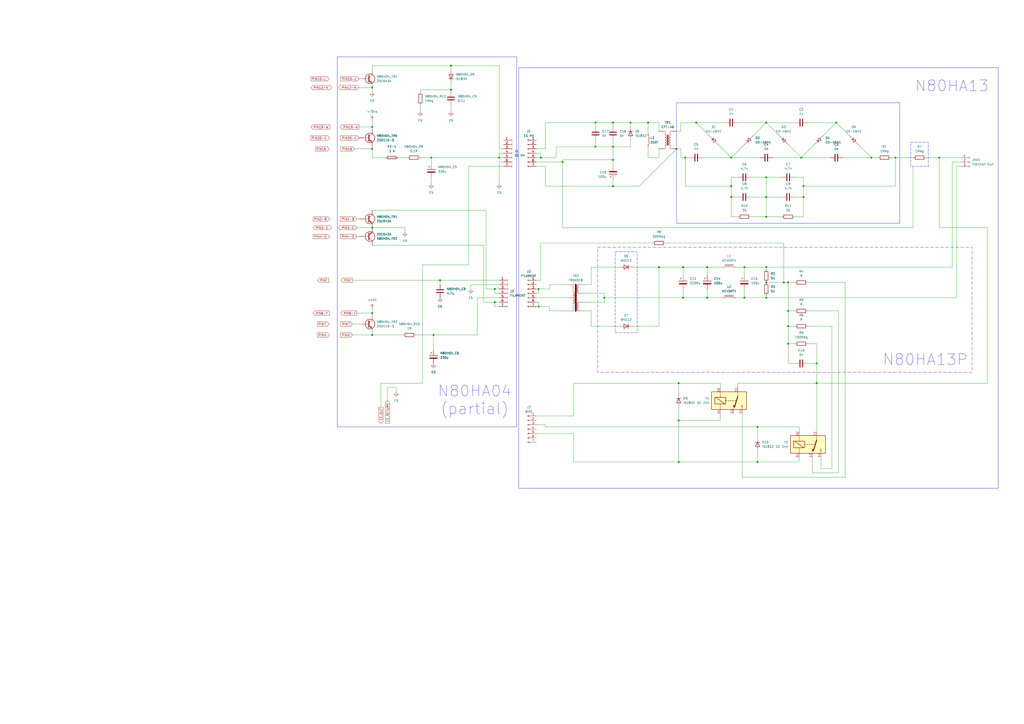
<source format=kicad_sch>
(kicad_sch (version 20250114) (generator "eeschema") (generator_version "9.0")
  (paper "A2")
  (lib_symbols
    (symbol "Connector:Conn_01x03_Socket" (pin_names (offset 1.016) (hide yes))
      (property "Reference" "J" (at 0 5.08 0))
      (property "Value" "Conn_01x03_Socket" (at 0 -5.08 0))
      (symbol "Conn_01x03_Socket_1_1"
        (pin passive line (at -5.08 2.54 0) (length 3.81) (name "Pin_1") (number "1"))
        (pin passive line (at -5.08 0 0) (length 3.81) (name "Pin_2") (number "2"))
        (pin passive line (at -5.08 -2.54 0) (length 3.81) (name "Pin_3") (number "3"))
      )
    )
    (symbol "Connector:Conn_01x07_Pin" (pin_names (offset 1.016) (hide yes))
      (property "Reference" "J" (at 0 10.16 0))
      (property "Value" "Conn_01x07_Pin" (at 0 -10.16 0))
      (symbol "Conn_01x07_Pin_1_1"
        (pin passive line (at 5.08 7.62 180) (length 3.81) (name "Pin_1") (number "1"))
        (pin passive line (at 5.08 5.08 180) (length 3.81) (name "Pin_2") (number "2"))
        (pin passive line (at 5.08 2.54 180) (length 3.81) (name "Pin_3") (number "3"))
        (pin passive line (at 5.08 0 180) (length 3.81) (name "Pin_4") (number "4"))
        (pin passive line (at 5.08 -2.54 180) (length 3.81) (name "Pin_5") (number "5"))
        (pin passive line (at 5.08 -5.08 180) (length 3.81) (name "Pin_6") (number "6"))
        (pin passive line (at 5.08 -7.62 180) (length 3.81) (name "Pin_7") (number "7"))
      )
    )
    (symbol "Connector:Conn_01x07_Socket" (pin_names (offset 1.016) (hide yes))
      (property "Reference" "J" (at 0 10.16 0))
      (property "Value" "Conn_01x07_Socket" (at 0 -10.16 0))
      (symbol "Conn_01x07_Socket_1_1"
        (pin passive line (at -5.08 7.62 0) (length 3.81) (name "Pin_1") (number "1"))
        (pin passive line (at -5.08 5.08 0) (length 3.81) (name "Pin_2") (number "2"))
        (pin passive line (at -5.08 2.54 0) (length 3.81) (name "Pin_3") (number "3"))
        (pin passive line (at -5.08 0 0) (length 3.81) (name "Pin_4") (number "4"))
        (pin passive line (at -5.08 -2.54 0) (length 3.81) (name "Pin_5") (number "5"))
        (pin passive line (at -5.08 -5.08 0) (length 3.81) (name "Pin_6") (number "6"))
        (pin passive line (at -5.08 -7.62 0) (length 3.81) (name "Pin_7") (number "7"))
      )
    )
    (symbol "Device:C" (pin_numbers (hide yes)) (pin_names (offset 0.254))
      (property "Reference" "C" (at 0.635 2.54 0))
      (property "Value" "C" (at 0.635 -2.54 0))
      (symbol "C_1_1"
        (pin passive line (at 0 3.81 270) (length 2.794) (name "~") (number "1"))
        (pin passive line (at 0 -3.81 90) (length 2.794) (name "~") (number "2"))
      )
    )
    (symbol "Device:C_Polarized" (pin_numbers (hide yes)) (pin_names (offset 0.254))
      (property "Reference" "C" (at 0.635 2.54 0))
      (property "Value" "C_Polarized" (at 0.635 -2.54 0))
      (symbol "C_Polarized_1_1"
        (pin passive line (at 0 3.81 270) (length 2.794) (name "~") (number "1"))
        (pin passive line (at 0 -3.81 90) (length 2.794) (name "~") (number "2"))
      )
    )
    (symbol "Device:D" (pin_numbers (hide yes)) (pin_names (offset 1.016) (hide yes))
      (property "Reference" "D" (at 0 2.54 0))
      (property "Value" "D" (at 0 -2.54 0))
      (symbol "D_1_1"
        (pin passive line (at -3.81 0 0) (length 2.54) (name "K") (number "1"))
        (pin passive line (at 3.81 0 180) (length 2.54) (name "A") (number "2"))
      )
    )
    (symbol "Device:D_45deg" (pin_numbers (hide yes)) (pin_names (offset 0) (hide yes))
      (property "Reference" "D" (at 1.27 2.54 0))
      (property "Value" "D_45deg" (at 1.27 0 0))
      (symbol "D_45deg_1_1"
        (pin passive line (at -2.54 2.54 0) (length 0) (name "A") (number "2"))
        (pin passive line (at 2.54 -2.54 180) (length 0) (name "K") (number "1"))
      )
    )
    (symbol "Device:Fuse" (pin_numbers (hide yes)) (pin_names (offset 0))
      (property "Reference" "F" (at 2.032 0 90))
      (property "Value" "Fuse" (at -1.905 0 90))
      (symbol "Fuse_1_1"
        (pin passive line (at 0 3.81 270) (length 1.27) (name "~") (number "1"))
        (pin passive line (at 0 -3.81 90) (length 1.27) (name "~") (number "2"))
      )
    )
    (symbol "Device:L" (pin_numbers (hide yes)) (pin_names (offset 1.016) (hide yes))
      (property "Reference" "L" (at -1.27 0 90))
      (property "Value" "L" (at 1.905 0 90))
      (symbol "L_1_1"
        (pin passive line (at 0 3.81 270) (length 1.27) (name "1") (number "1"))
        (pin passive line (at 0 -3.81 90) (length 1.27) (name "2") (number "2"))
      )
    )
    (symbol "Device:L_Iron" (pin_numbers (hide yes)) (pin_names (offset 1.016) (hide yes))
      (property "Reference" "L" (at -1.27 0 90))
      (property "Value" "L_Iron" (at 2.794 0 90))
      (symbol "L_Iron_1_1"
        (pin passive line (at 0 3.81 270) (length 1.27) (name "1") (number "1"))
        (pin passive line (at 0 -3.81 90) (length 1.27) (name "2") (number "2"))
      )
    )
    (symbol "Device:Q_NPN" (pin_numbers (hide yes)) (pin_names (offset 0) (hide yes))
      (property "Reference" "Q" (at 5.08 1.27 0))
      (property "Value" "Q_NPN" (at 5.08 -1.27 0))
      (symbol "Q_NPN_1_1"
        (pin input line (at -5.08 0 0) (length 2.54) (name "B") (number "B"))
        (pin passive line (at 2.54 5.08 270) (length 2.54) (name "C") (number "C"))
        (pin passive line (at 2.54 -5.08 90) (length 2.54) (name "E") (number "E"))
      )
    )
    (symbol "Device:R" (pin_numbers (hide yes)) (pin_names (offset 0))
      (property "Reference" "R" (at 2.032 0 90))
      (property "Value" "R" (at 0 0 90))
      (symbol "R_1_1"
        (pin passive line (at 0 3.81 270) (length 1.27) (name "~") (number "1"))
        (pin passive line (at 0 -3.81 90) (length 1.27) (name "~") (number "2"))
      )
    )
    (symbol "Relay:Relay_SPDT"
      (property "Reference" "K" (at 11.43 3.81 0))
      (property "Value" "Relay_SPDT" (at 11.43 1.27 0))
      (symbol "Relay_SPDT_1_1"
        (pin passive line (at -5.08 7.62 270) (length 2.54) (name "~") (number "A1"))
        (pin passive line (at -5.08 -7.62 90) (length 2.54) (name "~") (number "A2"))
        (pin passive line (at 2.54 7.62 270) (length 2.54) (name "~") (number "12"))
        (pin passive line (at 5.08 -7.62 90) (length 2.54) (name "~") (number "11"))
        (pin passive line (at 7.62 7.62 270) (length 2.54) (name "~") (number "14"))
      )
    )
    (symbol "Transformer:TRANSF1" (pin_numbers (hide yes)) (pin_names (offset 0))
      (property "Reference" "TR" (at 0 6.35 0))
      (property "Value" "TRANSF1" (at 0 -6.35 0))
      (symbol "TRANSF1_1_1"
        (pin passive line (at -5.08 5.08 0) (length 2.54) (name "~") (number "1"))
        (pin passive line (at -5.08 -5.08 0) (length 2.54) (name "~") (number "2"))
        (pin passive line (at 5.08 5.08 180) (length 2.54) (name "~") (number "4"))
        (pin passive line (at 5.08 -5.08 180) (length 2.54) (name "~") (number "3"))
      )
    )
    (symbol "Transformer:TRANSF8" (pin_numbers (hide yes)) (pin_names (offset 0))
      (property "Reference" "TR" (at 0 8.89 0))
      (property "Value" "TRANSF8" (at 0 -8.89 0))
      (symbol "TRANSF8_1_1"
        (pin passive line (at -5.08 7.62 0) (length 2.54) (name "~") (number "1"))
        (pin passive line (at -5.08 0 0) (length 2.54) (name "~") (number "2"))
        (pin passive line (at -5.08 -7.62 0) (length 2.54) (name "~") (number "3"))
        (pin passive line (at 5.08 7.62 180) (length 2.54) (name "~") (number "4"))
        (pin passive line (at 5.08 2.54 180) (length 2.54) (name "~") (number "5"))
        (pin passive line (at 5.08 -2.54 180) (length 2.54) (name "~") (number "6"))
        (pin passive line (at 5.08 -7.62 180) (length 2.54) (name "~") (number "7"))
      )
    )
    (symbol "power:+48V" (power) (pin_numbers (hide yes)) (pin_names (offset 0) (hide yes))
      (property "Value" "+48V" (at 0 3.556 0))
      (symbol "+48V_1_1"
        (pin power_in line (at 0 0 90) (length 0) (name "~") (number "1"))
      )
    )
    (symbol "power:GND" (power) (pin_numbers (hide yes)) (pin_names (offset 0) (hide yes))
      (property "Value" "GND" (at 0 -3.81 0))
      (symbol "GND_1_1"
        (pin power_in line (at 0 0 270) (length 0) (name "~") (number "1"))
      )
    )
  )
  (rectangle (start 392.43 59.69) (end 521.97 129.54))
  (rectangle (start 195.58 33.02) (end 299.72 247.65))
  (rectangle (start 300.99 39.37) (end 579.12 283.21))
  (rectangle (start 346.71 143.51) (end 563.88 215.9) (stroke (width 0) (type dash_dot)))
  (rectangle (start 356.87 146.05) (end 369.57 193.04) (stroke (width 0) (type dash)))
  (rectangle (start 528.32 82.55) (end 538.48 96.52) (stroke (width 0) (type dash)))
  (text "N80HA13" (at 552.196 50.038 0) (effects (font (size 6.35 6.35))))
  (text "N80HA04\n(partial)" (at 275.336 232.156 0) (effects (font (size 6.35 6.35))))
  (text "N80HA13P" (at 536.702 208.788 0) (effects (font (size 6.35 6.35))))
  (junction (at 473.71 222.25))
  (junction (at 261.62 38.1))
  (junction (at 444.5 163.83))
  (junction (at 355.6 71.12))
  (junction (at 326.39 93.98))
  (junction (at 350.52 172.72))
  (junction (at 466.09 114.3))
  (junction (at 355.6 92.71))
  (junction (at 431.8 172.72))
  (junction (at 215.9 73.66))
  (junction (at 287.02 175.26))
  (junction (at 439.42 247.65))
  (junction (at 345.44 85.09))
  (junction (at 431.8 154.94))
  (junction (at 365.76 71.12))
  (junction (at 444.5 172.72))
  (junction (at 466.09 107.95))
  (junction (at 392.43 86.36))
  (junction (at 519.43 91.44))
  (junction (at 393.7 243.84))
  (junction (at 505.46 91.44))
  (junction (at 255.27 162.56))
  (junction (at 261.62 52.07))
  (junction (at 403.86 71.12))
  (junction (at 439.42 267.97))
  (junction (at 215.9 181.61))
  (junction (at 393.7 222.25))
  (junction (at 410.21 154.94))
  (junction (at 215.9 132.08))
  (junction (at 444.5 125.73))
  (junction (at 287.02 167.64))
  (junction (at 454.66 163.83))
  (junction (at 444.5 71.12))
  (junction (at 444.5 154.94))
  (junction (at 485.14 71.12))
  (junction (at 355.6 107.95))
  (junction (at 424.18 91.44))
  (junction (at 393.7 267.97))
  (junction (at 375.92 71.12))
  (junction (at 355.6 85.09))
  (junction (at 215.9 50.8))
  (junction (at 410.21 172.72))
  (junction (at 312.42 177.8))
  (junction (at 215.9 194.31))
  (junction (at 457.2 163.83))
  (junction (at 444.5 114.3))
  (junction (at 312.42 167.64))
  (junction (at 313.69 91.44))
  (junction (at 457.2 199.39))
  (junction (at 424.18 114.3))
  (junction (at 444.5 102.87))
  (junction (at 250.19 91.44))
  (junction (at 396.24 154.94))
  (junction (at 289.56 91.44))
  (junction (at 345.44 71.12))
  (junction (at 396.24 172.72))
  (junction (at 251.46 194.31))
  (junction (at 397.51 91.44))
  (junction (at 544.83 91.44))
  (junction (at 473.71 210.82))
  (junction (at 215.9 86.36))
  (junction (at 424.18 107.95))
  (junction (at 457.2 180.34))
  (junction (at 457.2 189.23))
  (junction (at 464.82 91.44))
  (junction (at 382.27 154.94))
  (wire (pts (xy 382.27 154.94) (xy 396.24 154.94)))
  (wire (pts (xy 476.25 265.43) (xy 476.25 271.78)))
  (wire (pts (xy 322.58 85.09) (xy 345.44 85.09)))
  (wire (pts (xy 250.19 95.25) (xy 250.19 91.44)))
  (wire (pts (xy 457.2 83.82) (xy 464.82 91.44)))
  (wire (pts (xy 355.6 73.66) (xy 355.6 71.12)))
  (wire (pts (xy 410.21 167.64) (xy 410.21 172.72)))
  (wire (pts (xy 292.1 96.52) (xy 271.78 96.52)))
  (wire (pts (xy 312.42 170.18) (xy 312.42 167.64)))
  (wire (pts (xy 461.01 114.3) (xy 466.09 114.3)))
  (wire (pts (xy 394.97 71.12) (xy 403.86 71.12)))
  (wire (pts (xy 313.69 162.56) (xy 311.15 162.56)))
  (wire (pts (xy 339.09 180.34) (xy 342.9 180.34)))
  (wire (pts (xy 204.47 162.56) (xy 255.27 162.56)))
  (wire (pts (xy 287.02 177.8) (xy 289.56 177.8)))
  (wire (pts (xy 397.51 91.44) (xy 400.05 91.44)))
  (wire (pts (xy 342.9 189.23) (xy 359.41 189.23)))
  (wire (pts (xy 313.69 140.97) (xy 378.46 140.97)))
  (wire (pts (xy 208.28 73.66) (xy 215.9 73.66)))
  (wire (pts (xy 396.24 154.94) (xy 410.21 154.94)))
  (wire (pts (xy 382.27 71.12) (xy 382.27 76.2)))
  (wire (pts (xy 318.77 177.8) (xy 318.77 180.34)))
  (wire (pts (xy 490.22 163.83) (xy 490.22 276.86)))
  (wire (pts (xy 552.45 154.94) (xy 552.45 93.98)))
  (wire (pts (xy 311.15 170.18) (xy 312.42 170.18)))
  (wire (pts (xy 468.63 163.83) (xy 490.22 163.83)))
  (wire (pts (xy 454.66 140.97) (xy 454.66 163.83)))
  (wire (pts (xy 355.6 81.28) (xy 355.6 85.09)))
  (wire (pts (xy 311.15 96.52) (xy 316.23 96.52)))
  (wire (pts (xy 355.6 71.12) (xy 365.76 71.12)))
  (wire (pts (xy 461.01 180.34) (xy 457.2 180.34)))
  (wire (pts (xy 215.9 142.24) (xy 280.67 142.24)))
  (wire (pts (xy 427.99 224.79) (xy 427.99 222.25)))
  (wire (pts (xy 466.09 102.87) (xy 466.09 107.95)))
  (wire (pts (xy 234.95 132.08) (xy 215.9 132.08)))
  (wire (pts (xy 250.19 91.44) (xy 289.56 91.44)))
  (wire (pts (xy 473.71 210.82) (xy 473.71 199.39)))
  (wire (pts (xy 215.9 194.31) (xy 233.68 194.31)))
  (wire (pts (xy 224.79 224.79) (xy 224.79 232.41)))
  (wire (pts (xy 394.97 91.44) (xy 397.51 91.44)))
  (wire (pts (xy 345.44 71.12) (xy 355.6 71.12)))
  (wire (pts (xy 245.11 153.67) (xy 245.11 222.25)))
  (wire (pts (xy 466.09 107.95) (xy 519.43 107.95)))
  (wire (pts (xy 454.66 163.83) (xy 457.2 163.83)))
  (wire (pts (xy 271.78 153.67) (xy 245.11 153.67)))
  (wire (pts (xy 544.83 132.08) (xy 544.83 91.44)))
  (wire (pts (xy 424.18 107.95) (xy 424.18 114.3)))
  (wire (pts (xy 204.47 187.96) (xy 208.28 187.96)))
  (wire (pts (xy 255.27 162.56) (xy 255.27 165.1)))
  (wire (pts (xy 312.42 175.26) (xy 312.42 177.8)))
  (wire (pts (xy 482.6 271.78) (xy 482.6 189.23)))
  (wire (pts (xy 463.55 265.43) (xy 463.55 267.97)))
  (wire (pts (xy 370.84 107.95) (xy 392.43 86.36)))
  (wire (pts (xy 316.23 96.52) (xy 316.23 107.95)))
  (wire (pts (xy 273.05 167.64) (xy 273.05 165.1)))
  (wire (pts (xy 386.08 140.97) (xy 454.66 140.97)))
  (wire (pts (xy 382.27 189.23) (xy 382.27 154.94)))
  (wire (pts (xy 468.63 199.39) (xy 473.71 199.39)))
  (wire (pts (xy 229.87 227.33) (xy 229.87 224.79)))
  (wire (pts (xy 444.5 125.73) (xy 453.39 125.73)))
  (wire (pts (xy 463.55 267.97) (xy 439.42 267.97)))
  (wire (pts (xy 318.77 165.1) (xy 328.93 165.1)))
  (wire (pts (xy 439.42 247.65) (xy 439.42 254)))
  (wire (pts (xy 261.62 38.1) (xy 289.56 38.1)))
  (wire (pts (xy 287.02 175.26) (xy 287.02 177.8)))
  (wire (pts (xy 350.52 170.18) (xy 350.52 172.72)))
  (wire (pts (xy 394.97 76.2) (xy 394.97 71.12)))
  (wire (pts (xy 457.2 163.83) (xy 457.2 180.34)))
  (wire (pts (xy 427.99 71.12) (xy 444.5 71.12)))
  (wire (pts (xy 326.39 92.71) (xy 355.6 92.71)))
  (wire (pts (xy 444.5 114.3) (xy 453.39 114.3)))
  (wire (pts (xy 342.9 180.34) (xy 342.9 189.23)))
  (wire (pts (xy 215.9 69.85) (xy 215.9 73.66)))
  (wire (pts (xy 316.23 107.95) (xy 355.6 107.95)))
  (wire (pts (xy 365.76 73.66) (xy 365.76 71.12)))
  (wire (pts (xy 365.76 81.28) (xy 365.76 85.09)))
  (wire (pts (xy 417.83 222.25) (xy 417.83 224.79)))
  (wire (pts (xy 410.21 154.94) (xy 419.1 154.94)))
  (wire (pts (xy 461.01 199.39) (xy 457.2 199.39)))
  (wire (pts (xy 430.53 276.86) (xy 430.53 240.03)))
  (wire (pts (xy 243.84 60.96) (xy 243.84 64.77)))
  (wire (pts (xy 444.5 156.21) (xy 444.5 154.94)))
  (wire (pts (xy 382.27 91.44) (xy 382.27 86.36)))
  (wire (pts (xy 466.09 114.3) (xy 466.09 125.73)))
  (wire (pts (xy 393.7 222.25) (xy 417.83 222.25)))
  (wire (pts (xy 375.92 85.09) (xy 375.92 91.44)))
  (wire (pts (xy 316.23 71.12) (xy 345.44 71.12)))
  (wire (pts (xy 243.84 52.07) (xy 261.62 52.07)))
  (wire (pts (xy 427.99 222.25) (xy 473.71 222.25)))
  (wire (pts (xy 355.6 85.09) (xy 365.76 85.09)))
  (wire (pts (xy 316.23 246.38) (xy 311.15 246.38)))
  (wire (pts (xy 339.09 165.1) (xy 342.9 165.1)))
  (wire (pts (xy 271.78 96.52) (xy 271.78 153.67)))
  (wire (pts (xy 215.9 85.09) (xy 215.9 86.36)))
  (wire (pts (xy 424.18 114.3) (xy 427.99 114.3)))
  (wire (pts (xy 332.74 267.97) (xy 332.74 251.46)))
  (wire (pts (xy 261.62 48.26) (xy 261.62 52.07)))
  (wire (pts (xy 287.02 167.64) (xy 289.56 167.64)))
  (wire (pts (xy 229.87 224.79) (xy 224.79 224.79)))
  (wire (pts (xy 342.9 154.94) (xy 359.41 154.94)))
  (wire (pts (xy 241.3 194.31) (xy 251.46 194.31)))
  (wire (pts (xy 345.44 81.28) (xy 345.44 85.09)))
  (wire (pts (xy 215.9 38.1) (xy 261.62 38.1)))
  (wire (pts (xy 444.5 172.72) (xy 554.99 172.72)))
  (wire (pts (xy 448.31 91.44) (xy 464.82 91.44)))
  (wire (pts (xy 426.72 154.94) (xy 431.8 154.94)))
  (wire (pts (xy 461.01 210.82) (xy 457.2 210.82)))
  (wire (pts (xy 392.43 86.36) (xy 394.97 86.36)))
  (wire (pts (xy 281.94 167.64) (xy 287.02 167.64)))
  (wire (pts (xy 215.9 179.07) (xy 215.9 181.61)))
  (wire (pts (xy 326.39 93.98) (xy 326.39 132.08)))
  (wire (pts (xy 318.77 167.64) (xy 318.77 165.1)))
  (wire (pts (xy 463.55 247.65) (xy 439.42 247.65)))
  (wire (pts (xy 436.88 78.74) (xy 444.5 71.12)))
  (wire (pts (xy 463.55 247.65) (xy 463.55 250.19)))
  (wire (pts (xy 444.5 154.94) (xy 552.45 154.94)))
  (wire (pts (xy 292.1 93.98) (xy 289.56 93.98)))
  (wire (pts (xy 554.99 96.52) (xy 557.53 96.52)))
  (wire (pts (xy 471.17 265.43) (xy 471.17 274.32)))
  (wire (pts (xy 529.59 96.52) (xy 529.59 132.08)))
  (wire (pts (xy 486.41 180.34) (xy 468.63 180.34)))
  (wire (pts (xy 313.69 140.97) (xy 313.69 162.56)))
  (wire (pts (xy 205.74 86.36) (xy 215.9 86.36)))
  (wire (pts (xy 289.56 86.36) (xy 289.56 38.1)))
  (wire (pts (xy 289.56 93.98) (xy 289.56 106.68)))
  (wire (pts (xy 215.9 73.66) (xy 215.9 74.93)))
  (wire (pts (xy 431.8 172.72) (xy 444.5 172.72)))
  (wire (pts (xy 243.84 91.44) (xy 250.19 91.44)))
  (wire (pts (xy 393.7 236.22) (xy 393.7 243.84)))
  (wire (pts (xy 444.5 163.83) (xy 454.66 163.83)))
  (wire (pts (xy 332.74 241.3) (xy 332.74 222.25)))
  (wire (pts (xy 461.01 102.87) (xy 466.09 102.87)))
  (wire (pts (xy 367.03 189.23) (xy 382.27 189.23)))
  (wire (pts (xy 417.83 240.03) (xy 417.83 243.84)))
  (wire (pts (xy 439.42 261.62) (xy 439.42 267.97)))
  (wire (pts (xy 431.8 154.94) (xy 431.8 160.02)))
  (wire (pts (xy 403.86 71.12) (xy 420.37 71.12)))
  (wire (pts (xy 355.6 92.71) (xy 355.6 96.52)))
  (wire (pts (xy 332.74 222.25) (xy 393.7 222.25)))
  (wire (pts (xy 473.71 210.82) (xy 473.71 222.25)))
  (wire (pts (xy 505.46 91.44) (xy 509.27 91.44)))
  (wire (pts (xy 424.18 125.73) (xy 427.99 125.73)))
  (wire (pts (xy 393.7 243.84) (xy 393.7 267.97)))
  (wire (pts (xy 552.45 93.98) (xy 557.53 93.98)))
  (wire (pts (xy 396.24 154.94) (xy 396.24 160.02)))
  (wire (pts (xy 207.01 181.61) (xy 215.9 181.61)))
  (wire (pts (xy 273.05 165.1) (xy 289.56 165.1)))
  (wire (pts (xy 345.44 73.66) (xy 345.44 71.12)))
  (wire (pts (xy 251.46 203.2) (xy 251.46 194.31)))
  (wire (pts (xy 280.67 142.24) (xy 280.67 175.26)))
  (wire (pts (xy 444.5 102.87) (xy 453.39 102.87)))
  (wire (pts (xy 316.23 247.65) (xy 439.42 247.65)))
  (wire (pts (xy 207.01 132.08) (xy 215.9 132.08)))
  (wire (pts (xy 461.01 125.73) (xy 466.09 125.73)))
  (wire (pts (xy 287.02 167.64) (xy 287.02 170.18)))
  (wire (pts (xy 468.63 71.12) (xy 485.14 71.12)))
  (wire (pts (xy 426.72 172.72) (xy 431.8 172.72)))
  (wire (pts (xy 215.9 121.92) (xy 281.94 121.92)))
  (wire (pts (xy 326.39 132.08) (xy 529.59 132.08)))
  (wire (pts (xy 444.5 171.45) (xy 444.5 172.72)))
  (wire (pts (xy 410.21 172.72) (xy 419.1 172.72)))
  (wire (pts (xy 255.27 162.56) (xy 289.56 162.56)))
  (wire (pts (xy 316.23 247.65) (xy 316.23 246.38)))
  (wire (pts (xy 220.98 222.25) (xy 220.98 236.22)))
  (wire (pts (xy 488.95 91.44) (xy 505.46 91.44)))
  (wire (pts (xy 473.71 222.25) (xy 473.71 250.19)))
  (wire (pts (xy 243.84 52.07) (xy 243.84 53.34)))
  (wire (pts (xy 215.9 91.44) (xy 223.52 91.44)))
  (wire (pts (xy 394.97 86.36) (xy 394.97 91.44)))
  (wire (pts (xy 537.21 91.44) (xy 544.83 91.44)))
  (wire (pts (xy 311.15 241.3) (xy 332.74 241.3)))
  (wire (pts (xy 471.17 274.32) (xy 486.41 274.32)))
  (wire (pts (xy 355.6 85.09) (xy 345.44 85.09)))
  (wire (pts (xy 407.67 91.44) (xy 424.18 91.44)))
  (wire (pts (xy 410.21 154.94) (xy 410.21 160.02)))
  (wire (pts (xy 486.41 180.34) (xy 486.41 274.32)))
  (wire (pts (xy 375.92 91.44) (xy 382.27 91.44)))
  (wire (pts (xy 289.56 91.44) (xy 292.1 91.44)))
  (wire (pts (xy 396.24 172.72) (xy 410.21 172.72)))
  (wire (pts (xy 261.62 38.1) (xy 261.62 40.64)))
  (wire (pts (xy 431.8 83.82) (xy 424.18 91.44)))
  (wire (pts (xy 444.5 114.3) (xy 444.5 125.73)))
  (wire (pts (xy 313.69 91.44) (xy 322.58 91.44)))
  (wire (pts (xy 457.2 210.82) (xy 457.2 199.39)))
  (wire (pts (xy 572.77 132.08) (xy 572.77 222.25)))
  (wire (pts (xy 444.5 71.12) (xy 461.01 71.12)))
  (wire (pts (xy 204.47 194.31) (xy 215.9 194.31)))
  (wire (pts (xy 289.56 172.72) (xy 276.86 172.72)))
  (wire (pts (xy 439.42 267.97) (xy 393.7 267.97)))
  (wire (pts (xy 435.61 125.73) (xy 444.5 125.73)))
  (wire (pts (xy 365.76 71.12) (xy 375.92 71.12)))
  (wire (pts (xy 497.84 83.82) (xy 505.46 91.44)))
  (wire (pts (xy 355.6 85.09) (xy 355.6 92.71)))
  (wire (pts (xy 292.1 86.36) (xy 289.56 86.36)))
  (wire (pts (xy 316.23 86.36) (xy 316.23 71.12)))
  (wire (pts (xy 311.15 175.26) (xy 312.42 175.26)))
  (wire (pts (xy 289.56 88.9) (xy 289.56 91.44)))
  (wire (pts (xy 452.12 78.74) (xy 444.5 71.12)))
  (wire (pts (xy 313.69 88.9) (xy 313.69 91.44)))
  (wire (pts (xy 430.53 276.86) (xy 490.22 276.86)))
  (wire (pts (xy 435.61 114.3) (xy 444.5 114.3)))
  (wire (pts (xy 311.15 88.9) (xy 313.69 88.9)))
  (wire (pts (xy 312.42 167.64) (xy 318.77 167.64)))
  (wire (pts (xy 397.51 91.44) (xy 397.51 107.95)))
  (wire (pts (xy 464.82 91.44) (xy 481.33 91.44)))
  (wire (pts (xy 424.18 114.3) (xy 424.18 125.73)))
  (wire (pts (xy 416.56 83.82) (xy 424.18 91.44)))
  (wire (pts (xy 311.15 177.8) (xy 312.42 177.8)))
  (wire (pts (xy 572.77 222.25) (xy 473.71 222.25)))
  (wire (pts (xy 435.61 102.87) (xy 444.5 102.87)))
  (wire (pts (xy 215.9 38.1) (xy 215.9 40.64)))
  (wire (pts (xy 396.24 167.64) (xy 396.24 172.72)))
  (wire (pts (xy 544.83 91.44) (xy 557.53 91.44)))
  (wire (pts (xy 332.74 251.46) (xy 311.15 251.46)))
  (wire (pts (xy 311.15 167.64) (xy 312.42 167.64)))
  (wire (pts (xy 339.09 175.26) (xy 350.52 175.26)))
  (wire (pts (xy 355.6 107.95) (xy 355.6 104.14)))
  (wire (pts (xy 457.2 163.83) (xy 461.01 163.83)))
  (wire (pts (xy 342.9 165.1) (xy 342.9 154.94)))
  (wire (pts (xy 476.25 271.78) (xy 482.6 271.78)))
  (wire (pts (xy 215.9 86.36) (xy 215.9 91.44)))
  (wire (pts (xy 208.28 50.8) (xy 215.9 50.8)))
  (wire (pts (xy 207.01 127) (xy 208.28 127)))
  (wire (pts (xy 477.52 78.74) (xy 485.14 71.12)))
  (wire (pts (xy 393.7 243.84) (xy 417.83 243.84)))
  (wire (pts (xy 281.94 121.92) (xy 281.94 167.64)))
  (wire (pts (xy 461.01 189.23) (xy 457.2 189.23)))
  (wire (pts (xy 554.99 172.72) (xy 554.99 96.52)))
  (wire (pts (xy 468.63 189.23) (xy 482.6 189.23)))
  (wire (pts (xy 287.02 175.26) (xy 289.56 175.26)))
  (wire (pts (xy 312.42 177.8) (xy 318.77 177.8)))
  (wire (pts (xy 234.95 134.62) (xy 234.95 132.08)))
  (wire (pts (xy 355.6 107.95) (xy 370.84 107.95)))
  (wire (pts (xy 519.43 91.44) (xy 529.59 91.44)))
  (wire (pts (xy 375.92 71.12) (xy 382.27 71.12)))
  (wire (pts (xy 367.03 154.94) (xy 382.27 154.94)))
  (wire (pts (xy 375.92 71.12) (xy 375.92 77.47)))
  (wire (pts (xy 457.2 180.34) (xy 457.2 189.23)))
  (wire (pts (xy 322.58 91.44) (xy 322.58 85.09)))
  (wire (pts (xy 318.77 180.34) (xy 328.93 180.34)))
  (wire (pts (xy 519.43 91.44) (xy 519.43 107.95)))
  (wire (pts (xy 397.51 107.95) (xy 424.18 107.95)))
  (wire (pts (xy 215.9 181.61) (xy 215.9 182.88)))
  (wire (pts (xy 472.44 83.82) (xy 464.82 91.44)))
  (wire (pts (xy 468.63 210.82) (xy 473.71 210.82)))
  (wire (pts (xy 350.52 172.72) (xy 350.52 175.26)))
  (wire (pts (xy 466.09 107.95) (xy 466.09 114.3)))
  (wire (pts (xy 251.46 194.31) (xy 276.86 194.31)))
  (wire (pts (xy 393.7 267.97) (xy 332.74 267.97)))
  (wire (pts (xy 289.56 88.9) (xy 292.1 88.9)))
  (wire (pts (xy 280.67 175.26) (xy 287.02 175.26)))
  (wire (pts (xy 207.01 137.16) (xy 208.28 137.16)))
  (wire (pts (xy 250.19 102.87) (xy 250.19 106.68)))
  (wire (pts (xy 424.18 102.87) (xy 424.18 107.95)))
  (wire (pts (xy 261.62 60.96) (xy 261.62 64.77)))
  (wire (pts (xy 572.77 132.08) (xy 544.83 132.08)))
  (wire (pts (xy 215.9 193.04) (xy 215.9 194.31)))
  (wire (pts (xy 261.62 52.07) (xy 261.62 53.34)))
  (wire (pts (xy 287.02 170.18) (xy 289.56 170.18)))
  (wire (pts (xy 393.7 222.25) (xy 393.7 228.6)))
  (wire (pts (xy 411.48 78.74) (xy 403.86 71.12)))
  (wire (pts (xy 350.52 172.72) (xy 396.24 172.72)))
  (wire (pts (xy 326.39 92.71) (xy 326.39 93.98)))
  (wire (pts (xy 444.5 102.87) (xy 444.5 114.3)))
  (wire (pts (xy 215.9 53.34) (xy 215.9 50.8)))
  (wire (pts (xy 424.18 91.44) (xy 440.69 91.44)))
  (wire (pts (xy 516.89 91.44) (xy 519.43 91.44)))
  (wire (pts (xy 311.15 91.44) (xy 313.69 91.44)))
  (wire (pts (xy 492.76 78.74) (xy 485.14 71.12)))
  (wire (pts (xy 311.15 86.36) (xy 316.23 86.36)))
  (wire (pts (xy 339.09 170.18) (xy 350.52 170.18)))
  (wire (pts (xy 457.2 199.39) (xy 457.2 189.23)))
  (wire (pts (xy 431.8 154.94) (xy 444.5 154.94)))
  (wire (pts (xy 311.15 172.72) (xy 328.93 172.72)))
  (wire (pts (xy 392.43 76.2) (xy 394.97 76.2)))
  (wire (pts (xy 231.14 91.44) (xy 236.22 91.44)))
  (wire (pts (xy 245.11 222.25) (xy 220.98 222.25)))
  (wire (pts (xy 276.86 172.72) (xy 276.86 194.31)))
  (wire (pts (xy 424.18 102.87) (xy 427.99 102.87)))
  (wire (pts (xy 431.8 167.64) (xy 431.8 172.72)))
  (wire (pts (xy 311.15 93.98) (xy 326.39 93.98)))
  (global_label "PIN16" (shape output) (at 182.88 86.36 0) (property "Intersheetrefs" "${INTERSHEET_REFS}" (effects (hide yes))))
  (global_label "PIN10-L" (shape output) (at 180.34 45.72 0) (property "Intersheetrefs" "${INTERSHEET_REFS}" (effects (hide yes))))
  (global_label "PINH" (shape output) (at 184.15 194.31 0) (property "Intersheetrefs" "${INTERSHEET_REFS}" (effects (hide yes))))
  (global_label "PIN2-B" (shape output) (at 181.61 127 0) (property "Intersheetrefs" "${INTERSHEET_REFS}" (effects (hide yes))))
  (global_label "PIN7" (shape output) (at 184.15 187.96 0) (property "Intersheetrefs" "${INTERSHEET_REFS}" (effects (hide yes))))
  (global_label "PINT" (shape input) (at 184.15 162.56 0) (property "Intersheetrefs" "${INTERSHEET_REFS}" (effects (hide yes))))
  (global_label "PIN10-L" (shape input) (at 208.28 45.72 180) (property "Intersheetrefs" "${INTERSHEET_REFS}" (effects (hide yes))))
  (global_label "PIN12-N" (shape bidirectional) (at 208.28 50.8 180) (property "Intersheetrefs" "${INTERSHEET_REFS}" (effects (hide yes))))
  (global_label "PIN16" (shape input) (at 205.74 86.36 180) (property "Intersheetrefs" "${INTERSHEET_REFS}" (effects (hide yes))))
  (global_label "PIN20-X" (shape input) (at 208.28 80.01 180) (property "Intersheetrefs" "${INTERSHEET_REFS}" (effects (hide yes))))
  (global_label "PIN19-W" (shape output) (at 208.28 73.66 180) (property "Intersheetrefs" "${INTERSHEET_REFS}" (effects (hide yes))))
  (global_label "PIN4-D" (shape input) (at 207.01 137.16 180) (property "Intersheetrefs" "${INTERSHEET_REFS}" (effects (hide yes))))
  (global_label "PIN2-B" (shape input) (at 207.01 127 180) (property "Intersheetrefs" "${INTERSHEET_REFS}" (effects (hide yes))))
  (global_label "PIN3-C" (shape bidirectional) (at 207.01 132.08 180) (property "Intersheetrefs" "${INTERSHEET_REFS}" (effects (hide yes))))
  (global_label "PIN6-F" (shape output) (at 207.01 181.61 180) (property "Intersheetrefs" "${INTERSHEET_REFS}" (effects (hide yes))))
  (global_label "PIN7" (shape input) (at 204.47 187.96 180) (property "Intersheetrefs" "${INTERSHEET_REFS}" (effects (hide yes))))
  (global_label "PINH" (shape input) (at 204.47 194.31 180) (property "Intersheetrefs" "${INTERSHEET_REFS}" (effects (hide yes))))
  (global_label "PIN3-C" (shape bidirectional) (at 181.61 132.08 0) (property "Intersheetrefs" "${INTERSHEET_REFS}" (effects (hide yes))))
  (global_label "EC_OUT" (shape output) (at 220.98 236.22 270) (property "Intersheetrefs" "${INTERSHEET_REFS}" (effects (hide yes))))
  (global_label "EC_RETURN" (shape input) (at 224.79 232.41 270) (property "Intersheetrefs" "${INTERSHEET_REFS}" (effects (hide yes))))
  (global_label "PIN6-F" (shape input) (at 181.61 181.61 0) (property "Intersheetrefs" "${INTERSHEET_REFS}" (effects (hide yes))))
  (global_label "PINT" (shape output) (at 204.47 162.56 180) (property "Intersheetrefs" "${INTERSHEET_REFS}" (effects (hide yes))))
  (global_label "PIN19-W" (shape input) (at 180.34 73.66 0) (property "Intersheetrefs" "${INTERSHEET_REFS}" (effects (hide yes))))
  (global_label "PIN20-X" (shape output) (at 180.34 80.01 0) (property "Intersheetrefs" "${INTERSHEET_REFS}" (effects (hide yes))))
  (global_label "PIN12-N" (shape bidirectional) (at 180.34 50.8 0) (property "Intersheetrefs" "${INTERSHEET_REFS}" (effects (hide yes))))
  (global_label "PIN4-D" (shape output) (at 181.61 137.16 0) (property "Intersheetrefs" "${INTERSHEET_REFS}" (effects (hide yes))))
  (symbol (lib_id "power:GND") (at 251.46 210.82 0) (unit 1)
    (property "Reference" "#PWR04" (effects (hide yes)))
    (property "Value" "E5" (at 251.46 215.9 0))
    (property "Description" "Power symbol creates a global label with name \"GND\" , ground" (effects (hide yes)))
  )
  (symbol (lib_id "Connector:Conn_01x07_Socket") (at 294.64 170.18 0) (unit 1)
    (property "Reference" "J2" (at 295.91 168.9099 0) (effects (justify left)))
    (property "Value" "FILAMENT" (at 295.91 171.4499 0) (effects (justify left)))
    (property "Description" "Generic connector, single row, 01x07, script generated" (effects (hide yes)))
  )
  (symbol (lib_id "Device:D") (at 363.22 189.23 0) (mirror y) (unit 1)
    (property "Reference" "D7" (at 363.22 182.88 0))
    (property "Value" "6NC12" (at 363.22 185.42 0))
    (property "Description" "Diode" (effects (hide yes)))
    (property "Sim.Device" "D" (effects (hide yes)))
    (property "Sim.Pins" "1=K 2=A" (effects (hide yes)))
  )
  (symbol (lib_id "Device:D") (at 393.7 232.41 270) (unit 1)
    (property "Reference" "D9" (at 396.24 231.1399 90) (effects (justify left)))
    (property "Value" "IS1832" (at 396.24 233.6799 90) (effects (justify left)))
    (property "Description" "Diode" (effects (hide yes)))
    (property "Sim.Device" "D" (effects (hide yes)))
    (property "Sim.Pins" "1=K 2=A" (effects (hide yes)))
  )
  (symbol (lib_id "Device:D") (at 261.62 44.45 90) (unit 1)
    (property "Reference" "N80H04_D9" (at 264.16 43.1799 90) (effects (justify right)))
    (property "Value" "IS1832" (at 264.16 45.7199 90) (effects (justify right)))
    (property "Description" "Diode" (effects (hide yes)))
    (property "Sim.Device" "D" (effects (hide yes)))
    (property "Sim.Pins" "1=K 2=A" (effects (hide yes)))
  )
  (symbol (lib_id "power:GND") (at 243.84 64.77 0) (unit 1)
    (property "Reference" "#PWR06" (effects (hide yes)))
    (property "Value" "E5" (at 243.84 69.85 0))
    (property "Description" "Power symbol creates a global label with name \"GND\" , ground" (effects (hide yes)))
  )
  (symbol (lib_id "power:GND") (at 234.95 134.62 0) (unit 1)
    (property "Reference" "#PWR08" (effects (hide yes)))
    (property "Value" "E5" (at 234.95 139.7 0))
    (property "Description" "Power symbol creates a global label with name \"GND\" , ground" (effects (hide yes)))
  )
  (symbol (lib_id "Device:C_Polarized") (at 250.19 99.06 0) (unit 1)
    (property "Reference" "N80H04_C5" (at 254 96.9009 0) (effects (justify left)))
    (property "Value" "330u" (at 254 99.4409 0) (effects (justify left)))
    (property "Description" "Polarized capacitor" (effects (hide yes)))
  )
  (symbol (lib_id "Device:C") (at 403.86 91.44 90) (unit 1)
    (property "Reference" "C5" (at 403.86 83.82 90))
    (property "Value" "1n" (at 403.86 86.36 90))
    (property "Description" "Unpolarized capacitor" (effects (hide yes)))
  )
  (symbol (lib_id "Device:C") (at 464.82 71.12 90) (unit 1)
    (property "Reference" "C2" (at 464.82 63.5 90))
    (property "Value" "1n" (at 464.82 66.04 90))
    (property "Description" "Unpolarized capacitor" (effects (hide yes)))
  )
  (symbol (lib_id "Device:C_Polarized") (at 355.6 100.33 0) (mirror x) (unit 1)
    (property "Reference" "C19" (at 351.79 99.9489 0) (effects (justify right)))
    (property "Value" "100u" (at 351.79 102.4889 0) (effects (justify right)))
    (property "Description" "Polarized capacitor" (effects (hide yes)))
  )
  (symbol (lib_id "Connector:Conn_01x07_Pin") (at 306.07 248.92 0) (unit 1)
    (property "Reference" "J3" (at 306.705 236.22 0))
    (property "Value" "BIAS" (at 306.705 238.76 0))
    (property "Description" "Generic connector, single row, 01x07, script generated" (effects (hide yes)))
  )
  (symbol (lib_id "Device:C_Polarized") (at 410.21 163.83 0) (unit 1)
    (property "Reference" "C14" (at 414.02 161.6709 0) (effects (justify left)))
    (property "Value" "100u" (at 414.02 164.2109 0) (effects (justify left)))
    (property "Description" "Polarized capacitor" (effects (hide yes)))
  )
  (symbol (lib_id "Device:Fuse") (at 227.33 91.44 90) (unit 1)
    (property "Reference" "F2-1" (at 227.33 85.09 90))
    (property "Value" "1 A" (at 227.33 87.63 90))
    (property "Description" "Fuse" (effects (hide yes)))
  )
  (symbol (lib_id "Device:C_Polarized") (at 396.24 163.83 0) (unit 1)
    (property "Reference" "C13" (at 400.05 161.6709 0) (effects (justify left)))
    (property "Value" "2200u" (at 400.05 164.2109 0) (effects (justify left)))
    (property "Description" "Polarized capacitor" (effects (hide yes)))
  )
  (symbol (lib_id "Device:C") (at 255.27 168.91 0) (unit 1)
    (property "Reference" "N80H04_C8" (at 259.08 167.6399 0) (effects (justify left)))
    (property "Value" "4.7u" (at 259.08 170.1799 0) (effects (justify left)))
    (property "Description" "Unpolarized capacitor" (effects (hide yes)))
  )
  (symbol (lib_id "Device:Q_NPN") (at 213.36 137.16 0) (mirror x) (unit 1)
    (property "Reference" "N80H04_TR2" (at 218.44 138.4301 0) (effects (justify left)))
    (property "Value" "2SC643A" (at 218.44 135.8901 0) (effects (justify left)))
    (property "Description" "NPN bipolar junction transistor" (effects (hide yes)))
  )
  (symbol (lib_id "Device:Q_NPN") (at 213.36 45.72 0) (unit 1)
    (property "Reference" "N80H04_TR4" (at 218.44 44.4499 0) (effects (justify left)))
    (property "Value" "2SC643A" (at 218.44 46.9899 0) (effects (justify left)))
    (property "Description" "NPN bipolar junction transistor" (effects (hide yes)))
  )
  (symbol (lib_id "power:GND") (at 215.9 53.34 0) (unit 1)
    (property "Reference" "#PWR010" (effects (hide yes)))
    (property "Value" "E5" (at 215.9 58.42 0))
    (property "Description" "Power symbol creates a global label with name \"GND\" , ground" (effects (hide yes)))
  )
  (symbol (lib_id "Device:D_45deg") (at 495.3 81.28 180) (unit 1)
    (property "Reference" "D5" (at 495.3 73.66 0))
    (property "Value" "ED-16H1" (at 495.3 76.2 0))
    (property "Description" "Diode, rotated by 45°" (effects (hide yes)))
    (property "Sim.Device" "D" (effects (hide yes)))
    (property "Sim.Pins" "1=K 2=A" (effects (hide yes)))
  )
  (symbol (lib_id "Connector:Conn_01x07_Pin") (at 306.07 170.18 0) (unit 1)
    (property "Reference" "J2" (at 306.705 157.48 0))
    (property "Value" "FILAMENT" (at 306.705 160.02 0))
    (property "Description" "Generic connector, single row, 01x07, script generated" (effects (hide yes)))
  )
  (symbol (lib_id "Relay:Relay_SPDT") (at 468.63 257.81 0) (mirror x) (unit 1)
    (property "Reference" "Y2" (at 457.2 256.5399 0) (effects (justify right)))
    (property "Value" "DC 24V" (at 457.2 259.0799 0) (effects (justify right)))
    (property "Description" "Relay SPDT, monostable, EN50005" (effects (hide yes)))
  )
  (symbol (lib_id "Device:C") (at 457.2 102.87 90) (unit 1)
    (property "Reference" "C7" (at 457.2 95.25 90))
    (property "Value" "4.7n" (at 457.2 97.79 90))
    (property "Description" "Unpolarized capacitor" (effects (hide yes)))
  )
  (symbol (lib_id "Device:Q_NPN") (at 213.36 127 0) (unit 1)
    (property "Reference" "N80H04_TR1" (at 218.44 125.7299 0) (effects (justify left)))
    (property "Value" "2SC643A" (at 218.44 128.2699 0) (effects (justify left)))
    (property "Description" "NPN bipolar junction transistor" (effects (hide yes)))
  )
  (symbol (lib_id "Device:R") (at 464.82 189.23 90) (unit 1)
    (property "Reference" "R6" (at 464.82 182.88 90))
    (property "Value" "R" (at 464.82 185.42 90))
    (property "Description" "Resistor" (effects (hide yes)))
  )
  (symbol (lib_id "Device:D_45deg") (at 474.98 81.28 270) (unit 1)
    (property "Reference" "D4" (at 478.79 80.0099 90) (effects (justify left)))
    (property "Value" "ED-16H1" (at 478.79 82.5499 90) (effects (justify left)))
    (property "Description" "Diode, rotated by 45°" (effects (hide yes)))
    (property "Sim.Device" "D" (effects (hide yes)))
    (property "Sim.Pins" "1=K 2=A" (effects (hide yes)))
  )
  (symbol (lib_id "power:+48V") (at 215.9 69.85 0) (unit 1)
    (property "Reference" "#PWR011" (effects (hide yes)))
    (property "Value" "+70Vs" (at 215.9 64.77 0))
    (property "Description" "Power symbol creates a global label with name \"+48V\"" (effects (hide yes)))
  )
  (symbol (lib_id "Device:D") (at 365.76 77.47 270) (unit 1)
    (property "Reference" "D6" (at 368.3 76.1999 90) (effects (justify left)))
    (property "Value" "IS1832" (at 368.3 78.7399 90) (effects (justify left)))
    (property "Description" "Diode" (effects (hide yes)))
    (property "Sim.Device" "D" (effects (hide yes)))
    (property "Sim.Pins" "1=K 2=A" (effects (hide yes)))
  )
  (symbol (lib_id "Device:R") (at 464.82 163.83 90) (unit 1)
    (property "Reference" "R4" (at 464.82 157.48 90))
    (property "Value" "R" (at 464.82 160.02 90))
    (property "Description" "Resistor" (effects (hide yes)))
  )
  (symbol (lib_id "Device:D_45deg") (at 454.66 81.28 180) (unit 1)
    (property "Reference" "D3" (at 454.66 73.66 0))
    (property "Value" "ED-16H1" (at 454.66 76.2 0))
    (property "Description" "Diode, rotated by 45°" (effects (hide yes)))
    (property "Sim.Device" "D" (effects (hide yes)))
    (property "Sim.Pins" "1=K 2=A" (effects (hide yes)))
  )
  (symbol (lib_id "Device:C_Polarized") (at 251.46 207.01 0) (unit 1)
    (property "Reference" "N80H04_C6" (at 255.27 204.8509 0) (effects (justify left)))
    (property "Value" "330u" (at 255.27 207.3909 0) (effects (justify left)))
    (property "Description" "Polarized capacitor" (effects (hide yes)))
  )
  (symbol (lib_id "Device:Q_NPN") (at 213.36 80.01 0) (unit 1)
    (property "Reference" "N80H04_TR6" (at 218.44 78.7399 0) (effects (justify left)))
    (property "Value" "2SD110-0" (at 218.44 81.2799 0) (effects (justify left)))
    (property "Description" "NPN bipolar junction transistor" (effects (hide yes)))
  )
  (symbol (lib_id "Device:C") (at 431.8 114.3 90) (unit 1)
    (property "Reference" "C8" (at 431.8 106.68 90))
    (property "Value" "4.7n" (at 431.8 109.22 90))
    (property "Description" "Unpolarized capacitor" (effects (hide yes)))
  )
  (symbol (lib_id "Device:R") (at 237.49 194.31 90) (unit 1)
    (property "Reference" "N80H04_R10" (at 237.49 187.96 90))
    (property "Value" "1R" (at 237.49 190.5 90))
    (property "Description" "Resistor" (effects (hide yes)))
  )
  (symbol (lib_id "Device:C") (at 345.44 77.47 0) (unit 1)
    (property "Reference" "C17" (at 349.25 76.1999 0) (effects (justify left)))
    (property "Value" "5n" (at 349.25 78.7399 0) (effects (justify left)))
    (property "Description" "Unpolarized capacitor" (effects (hide yes)))
  )
  (symbol (lib_id "Device:C") (at 424.18 71.12 90) (unit 1)
    (property "Reference" "C1" (at 424.18 63.5 90))
    (property "Value" "1n" (at 424.18 66.04 90))
    (property "Description" "Unpolarized capacitor" (effects (hide yes)))
  )
  (symbol (lib_id "Device:C") (at 457.2 114.3 90) (unit 1)
    (property "Reference" "C9" (at 457.2 106.68 90))
    (property "Value" "4.7n" (at 457.2 109.22 90))
    (property "Description" "Unpolarized capacitor" (effects (hide yes)))
  )
  (symbol (lib_id "Transformer:TRANSF8") (at 334.01 172.72 0) (unit 1)
    (property "Reference" "TR2" (at 334.01 160.02 0))
    (property "Value" "TRANSF8" (at 334.01 162.56 0))
  )
  (symbol (lib_id "Device:C") (at 444.5 91.44 90) (unit 1)
    (property "Reference" "C4" (at 444.5 83.82 90))
    (property "Value" "1n" (at 444.5 86.36 90))
    (property "Description" "Unpolarized capacitor" (effects (hide yes)))
  )
  (symbol (lib_id "power:GND") (at 229.87 227.33 0) (unit 1)
    (property "Reference" "#PWR012" (effects (hide yes)))
    (property "Value" "E5" (at 229.87 232.41 0))
    (property "Description" "Power symbol creates a global label with name \"GND\" , ground" (effects (hide yes)))
  )
  (symbol (lib_id "Device:R") (at 444.5 167.64 0) (unit 1)
    (property "Reference" "R3" (at 447.04 166.3699 0) (effects (justify left)))
    (property "Value" "51" (at 447.04 168.9099 0) (effects (justify left)))
    (property "Description" "Resistor" (effects (hide yes)))
  )
  (symbol (lib_id "Connector:Conn_01x07_Pin") (at 306.07 88.9 0) (unit 1)
    (property "Reference" "J1" (at 306.705 76.2 0))
    (property "Value" "EG HV" (at 306.705 78.74 0))
    (property "Description" "Generic connector, single row, 01x07, script generated" (effects (hide yes)))
  )
  (symbol (lib_id "power:GND") (at 289.56 106.68 0) (unit 1)
    (property "Reference" "#PWR01" (effects (hide yes)))
    (property "Value" "E5" (at 289.56 111.76 0))
    (property "Description" "Power symbol creates a global label with name \"GND\" , ground" (effects (hide yes)))
  )
  (symbol (lib_id "Connector:Conn_01x07_Socket") (at 297.18 88.9 0) (unit 1)
    (property "Reference" "J1" (at 298.45 87.6299 0) (effects (justify left)))
    (property "Value" "EG HV" (at 298.45 90.1699 0) (effects (justify left)))
    (property "Description" "Generic connector, single row, 01x07, script generated" (effects (hide yes)))
  )
  (symbol (lib_id "Connector:Conn_01x03_Socket") (at 562.61 93.98 0) (unit 1)
    (property "Reference" "JHA1" (at 563.88 92.7099 0) (effects (justify left)))
    (property "Value" "Electron Gun" (at 563.88 95.2499 0) (effects (justify left)))
    (property "Description" "Generic connector, single row, 01x03, script generated" (effects (hide yes)))
  )
  (symbol (lib_id "Relay:Relay_SPDT") (at 422.91 232.41 0) (mirror x) (unit 1)
    (property "Reference" "Y1" (at 411.48 231.1399 0) (effects (justify right)))
    (property "Value" "DC 24V" (at 411.48 233.6799 0) (effects (justify right)))
    (property "Description" "Relay SPDT, monostable, EN50005" (effects (hide yes)))
  )
  (symbol (lib_id "power:GND") (at 261.62 64.77 0) (unit 1)
    (property "Reference" "#PWR03" (effects (hide yes)))
    (property "Value" "E5" (at 261.62 69.85 0))
    (property "Description" "Power symbol creates a global label with name \"GND\" , ground" (effects (hide yes)))
  )
  (symbol (lib_id "Transformer:TRANSF1") (at 387.35 81.28 0) (unit 1)
    (property "Reference" "TR1" (at 387.35 71.12 0))
    (property "Value" "CFT-46" (at 387.35 73.66 0))
  )
  (symbol (lib_id "Device:R") (at 444.5 160.02 0) (unit 1)
    (property "Reference" "R2" (at 447.04 158.7499 0) (effects (justify left)))
    (property "Value" "51" (at 447.04 161.2899 0) (effects (justify left)))
    (property "Description" "Resistor" (effects (hide yes)))
  )
  (symbol (lib_id "Device:C_Polarized") (at 431.8 163.83 0) (unit 1)
    (property "Reference" "C15" (at 435.61 161.6709 0) (effects (justify left)))
    (property "Value" "100u" (at 435.61 164.2109 0) (effects (justify left)))
    (property "Description" "Polarized capacitor" (effects (hide yes)))
  )
  (symbol (lib_id "Device:D") (at 363.22 154.94 0) (mirror y) (unit 1)
    (property "Reference" "D6" (at 363.22 148.59 0))
    (property "Value" "6NC12" (at 363.22 151.13 0))
    (property "Description" "Diode" (effects (hide yes)))
    (property "Sim.Device" "D" (effects (hide yes)))
    (property "Sim.Pins" "1=K 2=A" (effects (hide yes)))
  )
  (symbol (lib_id "Device:R") (at 464.82 199.39 90) (unit 1)
    (property "Reference" "R9" (at 464.82 193.04 90))
    (property "Value" "100Meg" (at 464.82 195.58 90))
    (property "Description" "Resistor" (effects (hide yes)))
  )
  (symbol (lib_id "power:+48V") (at 215.9 179.07 0) (unit 1)
    (property "Reference" "#PWR09" (effects (hide yes)))
    (property "Value" "+42V" (at 215.9 173.99 0))
    (property "Description" "Power symbol creates a global label with name \"+48V\"" (effects (hide yes)))
  )
  (symbol (lib_id "power:GND") (at 250.19 106.68 0) (unit 1)
    (property "Reference" "#PWR02" (effects (hide yes)))
    (property "Value" "E5" (at 250.19 111.76 0))
    (property "Description" "Power symbol creates a global label with name \"GND\" , ground" (effects (hide yes)))
  )
  (symbol (lib_id "Device:R") (at 431.8 125.73 90) (unit 1)
    (property "Reference" "R10" (at 431.8 119.38 90))
    (property "Value" "3G" (at 431.8 121.92 90))
    (property "Description" "Resistor" (effects (hide yes)))
  )
  (symbol (lib_id "Device:R") (at 533.4 91.44 90) (unit 1)
    (property "Reference" "R7" (at 533.4 85.09 90))
    (property "Value" "1Meg" (at 533.4 87.63 90))
    (property "Description" "Resistor" (effects (hide yes)))
  )
  (symbol (lib_id "Device:R") (at 382.27 140.97 90) (unit 1)
    (property "Reference" "R8" (at 382.27 134.62 90))
    (property "Value" "500Meg" (at 382.27 137.16 90))
    (property "Description" "Resistor" (effects (hide yes)))
  )
  (symbol (lib_id "Device:C") (at 485.14 91.44 90) (unit 1)
    (property "Reference" "C3" (at 485.14 83.82 90))
    (property "Value" "1n" (at 485.14 86.36 90))
    (property "Description" "Unpolarized capacitor" (effects (hide yes)))
  )
  (symbol (lib_id "Device:C") (at 464.82 210.82 90) (unit 1)
    (property "Reference" "C16" (at 464.82 203.2 90))
    (property "Value" "5n" (at 464.82 205.74 90))
    (property "Description" "Unpolarized capacitor" (effects (hide yes)))
  )
  (symbol (lib_id "Device:D_45deg") (at 414.02 81.28 180) (unit 1)
    (property "Reference" "D1" (at 414.02 73.66 0))
    (property "Value" "ED-16H1" (at 414.02 76.2 0))
    (property "Description" "Diode, rotated by 45°" (effects (hide yes)))
    (property "Sim.Device" "D" (effects (hide yes)))
    (property "Sim.Pins" "1=K 2=A" (effects (hide yes)))
  )
  (symbol (lib_id "Device:D") (at 439.42 257.81 270) (unit 1)
    (property "Reference" "D10" (at 441.96 256.5399 90) (effects (justify left)))
    (property "Value" "IS1832" (at 441.96 259.0799 90) (effects (justify left)))
    (property "Description" "Diode" (effects (hide yes)))
    (property "Sim.Device" "D" (effects (hide yes)))
    (property "Sim.Pins" "1=K 2=A" (effects (hide yes)))
  )
  (symbol (lib_id "Device:R") (at 513.08 91.44 90) (unit 1)
    (property "Reference" "R1" (at 513.08 85.09 90))
    (property "Value" "1Meg" (at 513.08 87.63 90))
    (property "Description" "Resistor" (effects (hide yes)))
  )
  (symbol (lib_id "Device:L") (at 375.92 81.28 0) (unit 1)
    (property "Reference" "L3" (at 377.19 80.0099 0) (effects (justify left)))
    (property "Value" "310T" (at 377.19 82.5499 0) (effects (justify left)))
    (property "Description" "Inductor" (effects (hide yes)))
  )
  (symbol (lib_id "Device:L_Iron") (at 422.91 154.94 90) (unit 1)
    (property "Reference" "L1" (at 422.91 148.59 90))
    (property "Value" "KE45RTV" (at 422.91 151.13 90))
    (property "Description" "Inductor with iron core" (effects (hide yes)))
  )
  (symbol (lib_id "Device:R") (at 457.2 125.73 90) (unit 1)
    (property "Reference" "R11" (at 457.2 119.38 90))
    (property "Value" "3G" (at 457.2 121.92 90))
    (property "Description" "Resistor" (effects (hide yes)))
  )
  (symbol (lib_id "Device:R") (at 240.03 91.44 90) (unit 1)
    (property "Reference" "N80H04_R9" (at 240.03 85.09 90))
    (property "Value" "5.1R" (at 240.03 87.63 90))
    (property "Description" "Resistor" (effects (hide yes)))
  )
  (symbol (lib_id "Device:R") (at 243.84 57.15 0) (unit 1)
    (property "Reference" "N80H04_R12" (at 246.38 55.8799 0) (effects (justify left)))
    (property "Value" "1Meg" (at 246.38 58.4199 0) (effects (justify left)))
    (property "Description" "Resistor" (effects (hide yes)))
  )
  (symbol (lib_id "Device:R") (at 464.82 180.34 90) (unit 1)
    (property "Reference" "R5" (at 464.82 173.99 90))
    (property "Value" "R" (at 464.82 176.53 90))
    (property "Description" "Resistor" (effects (hide yes)))
  )
  (symbol (lib_id "Device:C") (at 355.6 77.47 0) (unit 1)
    (property "Reference" "C18" (at 359.41 76.1999 0) (effects (justify left)))
    (property "Value" "5n" (at 359.41 78.7399 0) (effects (justify left)))
    (property "Description" "Unpolarized capacitor" (effects (hide yes)))
  )
  (symbol (lib_id "power:GND") (at 255.27 172.72 0) (unit 1)
    (property "Reference" "#PWR05" (effects (hide yes)))
    (property "Value" "E5" (at 255.27 177.8 0))
    (property "Description" "Power symbol creates a global label with name \"GND\" , ground" (effects (hide yes)))
  )
  (symbol (lib_id "Device:L_Iron") (at 422.91 172.72 90) (unit 1)
    (property "Reference" "L2" (at 422.91 166.37 90))
    (property "Value" "KE45RTV" (at 422.91 168.91 90))
    (property "Description" "Inductor with iron core" (effects (hide yes)))
  )
  (symbol (lib_id "Device:Q_NPN") (at 213.36 187.96 0) (unit 1)
    (property "Reference" "N80H04_TR3" (at 218.44 186.6899 0) (effects (justify left)))
    (property "Value" "2SD110-0" (at 218.44 189.2299 0) (effects (justify left)))
    (property "Description" "NPN bipolar junction transistor" (effects (hide yes)))
  )
  (symbol (lib_id "Device:C") (at 261.62 57.15 0) (unit 1)
    (property "Reference" "N80H04_C9" (at 265.43 55.8799 0) (effects (justify left)))
    (property "Value" "0.1u" (at 265.43 58.4199 0) (effects (justify left)))
    (property "Description" "Unpolarized capacitor" (effects (hide yes)))
  )
  (symbol (lib_id "power:GND") (at 273.05 167.64 0) (unit 1)
    (property "Reference" "#PWR07" (effects (hide yes)))
    (property "Value" "E5" (at 273.05 172.72 0))
    (property "Description" "Power symbol creates a global label with name \"GND\" , ground" (effects (hide yes)))
  )
  (symbol (lib_id "Device:D_45deg") (at 434.34 81.28 270) (unit 1)
    (property "Reference" "D2" (at 438.15 80.0099 90) (effects (justify left)))
    (property "Value" "ED-16H1" (at 438.15 82.5499 90) (effects (justify left)))
    (property "Description" "Diode, rotated by 45°" (effects (hide yes)))
    (property "Sim.Device" "D" (effects (hide yes)))
    (property "Sim.Pins" "1=K 2=A" (effects (hide yes)))
  )
  (symbol (lib_id "Device:C") (at 431.8 102.87 90) (unit 1)
    (property "Reference" "C6" (at 431.8 95.25 90))
    (property "Value" "4.7n" (at 431.8 97.79 90))
    (property "Description" "Unpolarized capacitor" (effects (hide yes)))
  )
)
</source>
